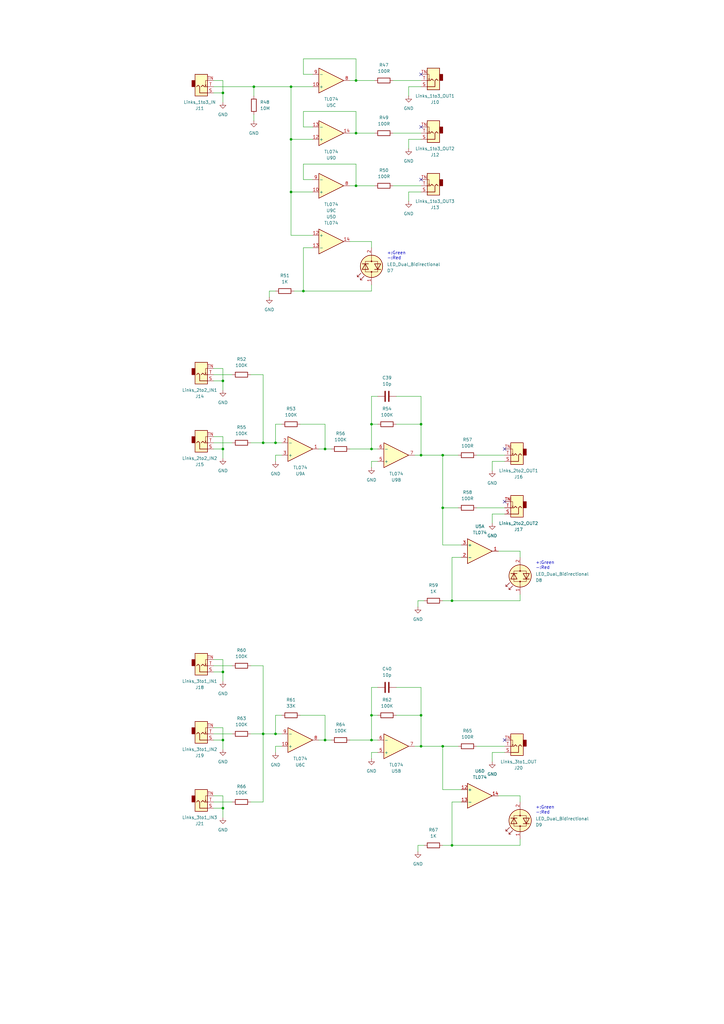
<source format=kicad_sch>
(kicad_sch (version 20231120) (generator "eeschema") (generator_version "8.0")
  (paper "A3" portrait)
  (title_block (title "1:3 / 2:2 / 3:3") (date "2025-03-23") (rev "1.0") (company "StudioKAT"))
  (lib_symbols
    (symbol "Amplifier_Operational:TL074" (pin_names (offset 0.127))
      (property "Reference" "U" (at 0 5.08 0))
      (property "Value" "TL074" (at 0 -5.08 0))
      (symbol "TL074_1_1"
        (polyline (pts (xy -5.08 5.08) (xy 5.08 0) (xy -5.08 -5.08) (xy -5.08 5.08)) (stroke (width 0.254)) (fill (type background)))
        (pin output line (at 7.62 0 180) (length 2.54) (name "~") (number "1"))
        (pin input line (at -7.62 -2.54 0) (length 2.54) (name "-") (number "2"))
        (pin input line (at -7.62 2.54 0) (length 2.54) (name "+") (number "3"))
      )
      (symbol "TL074_2_1"
        (polyline (pts (xy -5.08 5.08) (xy 5.08 0) (xy -5.08 -5.08) (xy -5.08 5.08)) (stroke (width 0.254)) (fill (type background)))
        (pin input line (at -7.62 2.54 0) (length 2.54) (name "+") (number "5"))
        (pin input line (at -7.62 -2.54 0) (length 2.54) (name "-") (number "6"))
        (pin output line (at 7.62 0 180) (length 2.54) (name "~") (number "7"))
      )
      (symbol "TL074_3_1"
        (polyline (pts (xy -5.08 5.08) (xy 5.08 0) (xy -5.08 -5.08) (xy -5.08 5.08)) (stroke (width 0.254)) (fill (type background)))
        (pin input line (at -7.62 2.54 0) (length 2.54) (name "+") (number "10"))
        (pin output line (at 7.62 0 180) (length 2.54) (name "~") (number "8"))
        (pin input line (at -7.62 -2.54 0) (length 2.54) (name "-") (number "9"))
      )
      (symbol "TL074_4_1"
        (polyline (pts (xy -5.08 5.08) (xy 5.08 0) (xy -5.08 -5.08) (xy -5.08 5.08)) (stroke (width 0.254)) (fill (type background)))
        (pin input line (at -7.62 2.54 0) (length 2.54) (name "+") (number "12"))
        (pin input line (at -7.62 -2.54 0) (length 2.54) (name "-") (number "13"))
        (pin output line (at 7.62 0 180) (length 2.54) (name "~") (number "14"))
      )
      (symbol "TL074_5_1"
        (pin power_in line (at -2.54 -7.62 90) (length 3.81) (name "V-") (number "11"))
        (pin power_in line (at -2.54 7.62 270) (length 3.81) (name "V+") (number "4"))
      )
    )
    (symbol "Connector_Audio:AudioJack2_SwitchT"
      (property "Reference" "J" (at 0 8.89 0))
      (property "Value" "AudioJack2_SwitchT" (at 0 6.35 0))
      (symbol "AudioJack2_SwitchT_0_1"
        (rectangle (start -2.54 0) (end -3.81 -2.54) (stroke (width 0.254)) (fill (type outline)))
        (polyline (pts (xy 1.778 -0.254) (xy 2.032 -0.762)))
        (polyline (pts (xy 0 0) (xy 0.635 -0.635) (xy 1.27 0) (xy 2.54 0)) (stroke (width 0.254)))
        (polyline (pts (xy 2.54 -2.54) (xy 1.778 -2.54) (xy 1.778 -0.254) (xy 1.524 -0.762)))
        (polyline (pts (xy 2.54 2.54) (xy -0.635 2.54) (xy -0.635 0) (xy -1.27 -0.635) (xy -1.905 0)) (stroke (width 0.254)))
        (rectangle (start 2.54 3.81) (end -2.54 -5.08) (stroke (width 0.254)) (fill (type background)))
      )
      (symbol "AudioJack2_SwitchT_1_1"
        (pin passive line (at 5.08 2.54 180) (length 2.54) (name "~") (number "S"))
        (pin passive line (at 5.08 0 180) (length 2.54) (name "~") (number "T"))
        (pin passive line (at 5.08 -2.54 180) (length 2.54) (name "~") (number "TN"))
      )
    )
    (symbol "Device:C" (pin_numbers hide) (pin_names (offset 0.254))
      (property "Reference" "C" (at 0.635 2.54 0))
      (property "Value" "C" (at 0.635 -2.54 0))
      (symbol "C_0_1"
        (polyline (pts (xy -2.032 -0.762) (xy 2.032 -0.762)) (stroke (width 0.508)))
        (polyline (pts (xy -2.032 0.762) (xy 2.032 0.762)) (stroke (width 0.508)))
      )
      (symbol "C_1_1"
        (pin passive line (at 0 3.81 270) (length 2.794) (name "~") (number "1"))
        (pin passive line (at 0 -3.81 90) (length 2.794) (name "~") (number "2"))
      )
    )
    (symbol "Device:LED_Dual_Bidirectional" (pin_names (offset 0) hide)
      (property "Reference" "D" (at 0 5.715 0))
      (property "Value" "LED_Dual_Bidirectional" (at 0 -6.35 0))
      (symbol "LED_Dual_Bidirectional_0_1"
        (circle (center -2.032 0) (radius 0.254) (fill (type outline)))
        (polyline (pts (xy -4.572 0) (xy -2.54 0)))
        (polyline (pts (xy -2.032 0) (xy -2.54 0)))
        (polyline (pts (xy -1.016 3.81) (xy -1.016 1.27)) (stroke (width 0.254)))
        (polyline (pts (xy 1.27 -1.27) (xy 1.27 -3.81)) (stroke (width 0.254)))
        (polyline (pts (xy 4.064 0) (xy 2.286 0)) (fill (type outline)))
        (polyline (pts (xy 4.318 5.842) (xy 4.318 5.08)) (stroke (width 0.2032)))
        (polyline (pts (xy 5.588 4.572) (xy 5.588 3.81)) (stroke (width 0.2032)))
        (polyline (pts (xy 2.794 4.318) (xy 4.318 5.842) (xy 3.556 5.842)) (stroke (width 0.2032)))
        (polyline (pts (xy 4.064 3.048) (xy 5.588 4.572) (xy 4.826 4.572)) (stroke (width 0.2032)))
        (polyline (pts (xy -1.016 -1.27) (xy -1.016 -3.81) (xy 1.27 -2.54) (xy -1.016 -1.27)) (stroke (width 0.254)))
        (polyline (pts (xy 1.27 3.81) (xy 1.27 1.27) (xy -1.016 2.54) (xy 1.27 3.81)) (stroke (width 0.254)))
        (polyline (pts (xy 2.286 2.54) (xy -2.032 2.54) (xy -2.032 -2.54) (xy 2.286 -2.54) (xy 2.286 2.54)))
        (circle (center 0 0) (radius 4.572) (stroke (width 0.254)) (fill (type background)))
        (circle (center 2.286 0) (radius 0.254) (fill (type outline)))
      )
      (symbol "LED_Dual_Bidirectional_1_1"
        (pin input line (at 7.62 0 180) (length 3.81) (name "KA") (number "1"))
        (pin input line (at -7.62 0 0) (length 3.048) (name "AK") (number "2"))
      )
    )
    (symbol "Device:R" (pin_numbers hide) (pin_names (offset 0))
      (property "Reference" "R" (at 2.032 0 90))
      (property "Value" "R" (at 0 0 90))
      (symbol "R_0_1"
        (rectangle (start -1.016 -2.54) (end 1.016 2.54) (stroke (width 0.254)))
      )
      (symbol "R_1_1"
        (pin passive line (at 0 3.81 270) (length 1.27) (name "~") (number "1"))
        (pin passive line (at 0 -3.81 90) (length 1.27) (name "~") (number "2"))
      )
    )
    (symbol "power:GND" (power) (pin_numbers hide) (pin_names (offset 0) hide)
      (property "Value" "GND" (at 0 -3.81 0))
      (symbol "GND_0_1"
        (polyline (pts (xy 0 0) (xy 0 -1.27) (xy 1.27 -1.27) (xy 0 -2.54) (xy -1.27 -1.27) (xy 0 -1.27)))
      )
      (symbol "GND_1_1"
        (pin power_in line (at 0 0 270) (length 0) (name "~") (number "1"))
      )
    )
  )
  (junction (at 146.05 33.02))
  (junction (at 124.46 119.38))
  (junction (at 91.44 303.53))
  (junction (at 91.44 184.15))
  (junction (at 152.4 303.53))
  (junction (at 119.38 57.15))
  (junction (at 91.44 38.1))
  (junction (at 113.03 300.99))
  (junction (at 113.03 181.61))
  (junction (at 107.95 300.99))
  (junction (at 185.42 246.38))
  (junction (at 91.44 156.21))
  (junction (at 172.72 186.69))
  (junction (at 91.44 275.59))
  (junction (at 172.72 173.99))
  (junction (at 107.95 181.61))
  (junction (at 181.61 306.07))
  (junction (at 133.35 184.15))
  (junction (at 119.38 78.74))
  (junction (at 181.61 186.69))
  (junction (at 152.4 184.15))
  (junction (at 152.4 293.37))
  (junction (at 146.05 76.2))
  (junction (at 104.14 35.56))
  (junction (at 152.4 173.99))
  (junction (at 185.42 346.71))
  (junction (at 119.38 35.56))
  (junction (at 181.61 208.28))
  (junction (at 172.72 306.07))
  (junction (at 146.05 54.61))
  (junction (at 133.35 303.53))
  (junction (at 91.44 331.47))
  (junction (at 172.72 293.37))
  (no_connect (at 172.72 30.48))
  (no_connect (at 207.01 303.53))
  (no_connect (at 172.72 73.66))
  (no_connect (at 172.72 52.07))
  (no_connect (at 207.01 205.74))
  (no_connect (at 207.01 184.15))
  (wire (pts (xy 204.47 226.06) (xy 213.36 226.06)))
  (wire (pts (xy 204.47 326.39) (xy 213.36 326.39)))
  (wire (pts (xy 143.51 33.02) (xy 146.05 33.02)))
  (wire (pts (xy 213.36 326.39) (xy 213.36 328.93)))
  (wire (pts (xy 113.03 173.99) (xy 113.03 181.61)))
  (wire (pts (xy 207.01 189.23) (xy 201.93 189.23)))
  (wire (pts (xy 115.57 306.07) (xy 113.03 306.07)))
  (wire (pts (xy 201.93 308.61) (xy 201.93 312.42)))
  (wire (pts (xy 133.35 184.15) (xy 130.81 184.15)))
  (wire (pts (xy 91.44 151.13) (xy 91.44 156.21)))
  (wire (pts (xy 185.42 328.93) (xy 189.23 328.93)))
  (wire (pts (xy 154.94 293.37) (xy 152.4 293.37)))
  (wire (pts (xy 161.29 54.61) (xy 172.72 54.61)))
  (wire (pts (xy 133.35 303.53) (xy 135.89 303.53)))
  (wire (pts (xy 104.14 35.56) (xy 104.14 39.37)))
  (wire (pts (xy 154.94 281.94) (xy 152.4 281.94)))
  (wire (pts (xy 201.93 210.82) (xy 201.93 214.63)))
  (wire (pts (xy 119.38 57.15) (xy 119.38 35.56)))
  (wire (pts (xy 87.63 156.21) (xy 91.44 156.21)))
  (wire (pts (xy 152.4 184.15) (xy 154.94 184.15)))
  (wire (pts (xy 181.61 306.07) (xy 187.96 306.07)))
  (wire (pts (xy 123.19 173.99) (xy 133.35 173.99)))
  (wire (pts (xy 213.36 344.17) (xy 213.36 346.71)))
  (wire (pts (xy 124.46 52.07) (xy 124.46 45.72)))
  (wire (pts (xy 172.72 306.07) (xy 181.61 306.07)))
  (wire (pts (xy 128.27 96.52) (xy 119.38 96.52)))
  (wire (pts (xy 172.72 57.15) (xy 167.64 57.15)))
  (wire (pts (xy 91.44 156.21) (xy 91.44 160.02)))
  (wire (pts (xy 87.63 270.51) (xy 91.44 270.51)))
  (wire (pts (xy 104.14 46.99) (xy 104.14 49.53)))
  (wire (pts (xy 152.4 116.84) (xy 152.4 119.38)))
  (wire (pts (xy 181.61 323.85) (xy 189.23 323.85)))
  (wire (pts (xy 107.95 181.61) (xy 113.03 181.61)))
  (wire (pts (xy 207.01 210.82) (xy 201.93 210.82)))
  (wire (pts (xy 91.44 38.1) (xy 91.44 41.91)))
  (wire (pts (xy 91.44 298.45) (xy 91.44 303.53)))
  (wire (pts (xy 87.63 33.02) (xy 91.44 33.02)))
  (wire (pts (xy 162.56 162.56) (xy 172.72 162.56)))
  (wire (pts (xy 181.61 223.52) (xy 189.23 223.52)))
  (wire (pts (xy 128.27 57.15) (xy 119.38 57.15)))
  (wire (pts (xy 172.72 35.56) (xy 167.64 35.56)))
  (wire (pts (xy 87.63 300.99) (xy 95.25 300.99)))
  (wire (pts (xy 91.44 303.53) (xy 91.44 307.34)))
  (wire (pts (xy 161.29 76.2) (xy 172.72 76.2)))
  (wire (pts (xy 102.87 328.93) (xy 107.95 328.93)))
  (wire (pts (xy 133.35 293.37) (xy 133.35 303.53)))
  (wire (pts (xy 87.63 298.45) (xy 91.44 298.45)))
  (wire (pts (xy 123.19 293.37) (xy 133.35 293.37)))
  (wire (pts (xy 119.38 35.56) (xy 128.27 35.56)))
  (wire (pts (xy 107.95 153.67) (xy 107.95 181.61)))
  (wire (pts (xy 146.05 67.31) (xy 146.05 76.2)))
  (wire (pts (xy 110.49 119.38) (xy 113.03 119.38)))
  (wire (pts (xy 87.63 331.47) (xy 91.44 331.47)))
  (wire (pts (xy 128.27 52.07) (xy 124.46 52.07)))
  (wire (pts (xy 133.35 303.53) (xy 130.81 303.53)))
  (wire (pts (xy 167.64 57.15) (xy 167.64 60.96)))
  (wire (pts (xy 146.05 54.61) (xy 153.67 54.61)))
  (wire (pts (xy 172.72 173.99) (xy 172.72 186.69)))
  (wire (pts (xy 152.4 162.56) (xy 152.4 173.99)))
  (wire (pts (xy 128.27 30.48) (xy 124.46 30.48)))
  (wire (pts (xy 171.45 349.25) (xy 171.45 346.71)))
  (wire (pts (xy 87.63 273.05) (xy 95.25 273.05)))
  (wire (pts (xy 172.72 78.74) (xy 167.64 78.74)))
  (wire (pts (xy 154.94 189.23) (xy 152.4 189.23)))
  (wire (pts (xy 115.57 173.99) (xy 113.03 173.99)))
  (wire (pts (xy 181.61 208.28) (xy 181.61 186.69)))
  (wire (pts (xy 124.46 101.6) (xy 124.46 119.38)))
  (wire (pts (xy 107.95 273.05) (xy 107.95 300.99)))
  (wire (pts (xy 162.56 281.94) (xy 172.72 281.94)))
  (wire (pts (xy 152.4 293.37) (xy 152.4 303.53)))
  (wire (pts (xy 128.27 73.66) (xy 124.46 73.66)))
  (wire (pts (xy 167.64 35.56) (xy 167.64 39.37)))
  (wire (pts (xy 152.4 281.94) (xy 152.4 293.37)))
  (wire (pts (xy 213.36 243.84) (xy 213.36 246.38)))
  (wire (pts (xy 152.4 173.99) (xy 152.4 184.15)))
  (wire (pts (xy 119.38 78.74) (xy 119.38 96.52)))
  (wire (pts (xy 172.72 281.94) (xy 172.72 293.37)))
  (wire (pts (xy 146.05 33.02) (xy 153.67 33.02)))
  (wire (pts (xy 143.51 99.06) (xy 152.4 99.06)))
  (wire (pts (xy 87.63 38.1) (xy 91.44 38.1)))
  (wire (pts (xy 102.87 300.99) (xy 107.95 300.99)))
  (wire (pts (xy 87.63 184.15) (xy 91.44 184.15)))
  (wire (pts (xy 124.46 67.31) (xy 146.05 67.31)))
  (wire (pts (xy 102.87 273.05) (xy 107.95 273.05)))
  (wire (pts (xy 152.4 189.23) (xy 152.4 191.77)))
  (wire (pts (xy 124.46 30.48) (xy 124.46 24.13)))
  (wire (pts (xy 91.44 33.02) (xy 91.44 38.1)))
  (wire (pts (xy 91.44 184.15) (xy 91.44 187.96)))
  (wire (pts (xy 201.93 189.23) (xy 201.93 193.04)))
  (wire (pts (xy 171.45 346.71) (xy 173.99 346.71)))
  (wire (pts (xy 87.63 328.93) (xy 95.25 328.93)))
  (wire (pts (xy 91.44 275.59) (xy 91.44 279.4)))
  (wire (pts (xy 113.03 293.37) (xy 113.03 300.99)))
  (wire (pts (xy 124.46 73.66) (xy 124.46 67.31)))
  (wire (pts (xy 152.4 303.53) (xy 154.94 303.53)))
  (wire (pts (xy 213.36 226.06) (xy 213.36 228.6)))
  (wire (pts (xy 154.94 173.99) (xy 152.4 173.99)))
  (wire (pts (xy 172.72 293.37) (xy 172.72 306.07)))
  (wire (pts (xy 181.61 186.69) (xy 187.96 186.69)))
  (wire (pts (xy 120.65 119.38) (xy 124.46 119.38)))
  (wire (pts (xy 213.36 246.38) (xy 185.42 246.38)))
  (wire (pts (xy 172.72 186.69) (xy 181.61 186.69)))
  (wire (pts (xy 91.44 270.51) (xy 91.44 275.59)))
  (wire (pts (xy 119.38 57.15) (xy 119.38 78.74)))
  (wire (pts (xy 146.05 45.72) (xy 146.05 54.61)))
  (wire (pts (xy 143.51 76.2) (xy 146.05 76.2)))
  (wire (pts (xy 133.35 184.15) (xy 135.89 184.15)))
  (wire (pts (xy 87.63 153.67) (xy 95.25 153.67)))
  (wire (pts (xy 170.18 306.07) (xy 172.72 306.07)))
  (wire (pts (xy 87.63 151.13) (xy 91.44 151.13)))
  (wire (pts (xy 146.05 24.13) (xy 146.05 33.02)))
  (wire (pts (xy 167.64 78.74) (xy 167.64 82.55)))
  (wire (pts (xy 161.29 33.02) (xy 172.72 33.02)))
  (wire (pts (xy 91.44 179.07) (xy 91.44 184.15)))
  (wire (pts (xy 181.61 306.07) (xy 181.61 323.85)))
  (wire (pts (xy 162.56 293.37) (xy 172.72 293.37)))
  (wire (pts (xy 87.63 326.39) (xy 91.44 326.39)))
  (wire (pts (xy 181.61 246.38) (xy 185.42 246.38)))
  (wire (pts (xy 143.51 184.15) (xy 152.4 184.15)))
  (wire (pts (xy 152.4 119.38) (xy 124.46 119.38)))
  (wire (pts (xy 102.87 181.61) (xy 107.95 181.61)))
  (wire (pts (xy 113.03 181.61) (xy 115.57 181.61)))
  (wire (pts (xy 143.51 303.53) (xy 152.4 303.53)))
  (wire (pts (xy 146.05 76.2) (xy 153.67 76.2)))
  (wire (pts (xy 115.57 293.37) (xy 113.03 293.37)))
  (wire (pts (xy 171.45 246.38) (xy 173.99 246.38)))
  (wire (pts (xy 128.27 78.74) (xy 119.38 78.74)))
  (wire (pts (xy 113.03 306.07) (xy 113.03 308.61)))
  (wire (pts (xy 87.63 275.59) (xy 91.44 275.59)))
  (wire (pts (xy 171.45 248.92) (xy 171.45 246.38)))
  (wire (pts (xy 87.63 181.61) (xy 95.25 181.61)))
  (wire (pts (xy 154.94 162.56) (xy 152.4 162.56)))
  (wire (pts (xy 133.35 173.99) (xy 133.35 184.15)))
  (wire (pts (xy 195.58 208.28) (xy 207.01 208.28)))
  (wire (pts (xy 110.49 121.92) (xy 110.49 119.38)))
  (wire (pts (xy 102.87 153.67) (xy 107.95 153.67)))
  (wire (pts (xy 143.51 54.61) (xy 146.05 54.61)))
  (wire (pts (xy 185.42 228.6) (xy 185.42 246.38)))
  (wire (pts (xy 115.57 186.69) (xy 113.03 186.69)))
  (wire (pts (xy 152.4 99.06) (xy 152.4 101.6)))
  (wire (pts (xy 162.56 173.99) (xy 172.72 173.99)))
  (wire (pts (xy 87.63 35.56) (xy 104.14 35.56)))
  (wire (pts (xy 195.58 306.07) (xy 207.01 306.07)))
  (wire (pts (xy 113.03 186.69) (xy 113.03 189.23)))
  (wire (pts (xy 181.61 208.28) (xy 181.61 223.52)))
  (wire (pts (xy 187.96 208.28) (xy 181.61 208.28)))
  (wire (pts (xy 104.14 35.56) (xy 119.38 35.56)))
  (wire (pts (xy 195.58 186.69) (xy 207.01 186.69)))
  (wire (pts (xy 185.42 328.93) (xy 185.42 346.71)))
  (wire (pts (xy 172.72 162.56) (xy 172.72 173.99)))
  (wire (pts (xy 213.36 346.71) (xy 185.42 346.71)))
  (wire (pts (xy 91.44 326.39) (xy 91.44 331.47)))
  (wire (pts (xy 172.72 186.69) (xy 170.18 186.69)))
  (wire (pts (xy 113.03 300.99) (xy 115.57 300.99)))
  (wire (pts (xy 207.01 308.61) (xy 201.93 308.61)))
  (wire (pts (xy 87.63 303.53) (xy 91.44 303.53)))
  (wire (pts (xy 91.44 331.47) (xy 91.44 335.28)))
  (wire (pts (xy 152.4 308.61) (xy 152.4 311.15)))
  (wire (pts (xy 124.46 101.6) (xy 128.27 101.6)))
  (wire (pts (xy 107.95 300.99) (xy 113.03 300.99)))
  (wire (pts (xy 107.95 300.99) (xy 107.95 328.93)))
  (wire (pts (xy 87.63 179.07) (xy 91.44 179.07)))
  (wire (pts (xy 124.46 45.72) (xy 146.05 45.72)))
  (wire (pts (xy 154.94 308.61) (xy 152.4 308.61)))
  (wire (pts (xy 181.61 346.71) (xy 185.42 346.71)))
  (wire (pts (xy 185.42 228.6) (xy 189.23 228.6)))
  (wire (pts (xy 124.46 24.13) (xy 146.05 24.13)))
  (text "+:Green\n-:Red" (at 158.75 104.902 0) (effects (font (size 1.27 1.27)) (justify left)))
  (text "+:Green\n-:Red" (at 219.71 231.902 0) (effects (font (size 1.27 1.27)) (justify left)))
  (text "+:Green\n-:Red" (at 219.71 332.232 0) (effects (font (size 1.27 1.27)) (justify left)))
  (symbol (lib_id "Amplifier_Operational:TL074") (at 135.89 33.02 0) (mirror x) (unit 3)
    (property "Reference" "U5" (at 135.89 43.18 0))
    (property "Value" "TL074" (at 135.89 40.64 0))
    (property "Footprint" "Package_SO:TSSOP-14_4.4x5mm_P0.65mm" (effects (hide yes)))
    (property "Datasheet" "http://www.ti.com/lit/ds/symlink/tl071.pdf" (effects (hide yes)))
    (property "Description" "Quad Low-Noise JFET-Input Operational Amplifiers, DIP-14/SOIC-14" (effects (hide yes)))
    (property "LCSC" "C4370424" (effects (hide yes)))
  )
  (symbol (lib_id "Device:R") (at 99.06 300.99 90) (unit 1)
    (property "Reference" "R63" (at 99.06 294.64 90))
    (property "Value" "100K" (at 99.06 297.18 90))
    (property "Footprint" "Resistor_SMD:R_0402_1005Metric" (effects (hide yes)))
    (property "Description" "Resistor" (effects (hide yes)))
    (property "LCSC" "C25741" (effects (hide yes)))
  )
  (symbol (lib_id "Device:R") (at 158.75 173.99 90) (unit 1)
    (property "Reference" "R54" (at 158.75 167.64 90))
    (property "Value" "100K" (at 158.75 170.18 90))
    (property "Footprint" "Resistor_SMD:R_0402_1005Metric" (effects (hide yes)))
    (property "Description" "Resistor" (effects (hide yes)))
    (property "LCSC" "C25741" (effects (hide yes)))
  )
  (symbol (lib_id "Device:R") (at 177.8 346.71 90) (unit 1)
    (property "Reference" "R67" (at 177.8 340.36 90))
    (property "Value" "1K" (at 177.8 342.9 90))
    (property "Footprint" "Resistor_SMD:R_0402_1005Metric" (effects (hide yes)))
    (property "Description" "Resistor" (effects (hide yes)))
    (property "LCSC" "C11702" (effects (hide yes)))
  )
  (symbol (lib_id "Amplifier_Operational:TL074") (at 196.85 326.39 0) (unit 4)
    (property "Reference" "U6" (at 196.85 316.23 0))
    (property "Value" "TL074" (at 196.85 318.77 0))
    (property "Footprint" "Package_SO:TSSOP-14_4.4x5mm_P0.65mm" (effects (hide yes)))
    (property "Datasheet" "http://www.ti.com/lit/ds/symlink/tl071.pdf" (effects (hide yes)))
    (property "Description" "Quad Low-Noise JFET-Input Operational Amplifiers, DIP-14/SOIC-14" (effects (hide yes)))
    (property "LCSC" "C4370424" (effects (hide yes)))
  )
  (symbol (lib_id "power:GND") (at 171.45 349.25 0) (unit 1)
    (property "Reference" "#PWR065" (effects (hide yes)))
    (property "Value" "GND" (at 171.45 354.33 0))
    (property "Description" "Power symbol creates a global label with name \"GND\" , ground" (effects (hide yes)))
  )
  (symbol (lib_id "Device:C") (at 158.75 162.56 90) (unit 1)
    (property "Reference" "C39" (at 158.75 154.94 90))
    (property "Value" "10p" (at 158.75 157.48 90))
    (property "Footprint" "Capacitor_SMD:C_0402_1005Metric" (effects (hide yes)))
    (property "Description" "Unpolarized capacitor" (effects (hide yes)))
    (property "LCSC" "C32949" (effects (hide yes)))
  )
  (symbol (lib_id "Device:R") (at 158.75 293.37 90) (unit 1)
    (property "Reference" "R62" (at 158.75 287.02 90))
    (property "Value" "100K" (at 158.75 289.56 90))
    (property "Footprint" "Resistor_SMD:R_0402_1005Metric" (effects (hide yes)))
    (property "Description" "Resistor" (effects (hide yes)))
    (property "LCSC" "C25741" (effects (hide yes)))
  )
  (symbol (lib_id "Connector_Audio:AudioJack2_SwitchT") (at 212.09 208.28 180) (unit 1)
    (property "Reference" "J17" (at 212.725 217.17 0))
    (property "Value" "Links_2to2_OUT2" (at 212.725 214.63 0))
    (property "Footprint" "kat_eurorack:AudioJack_PJ301M-12" (effects (hide yes)))
    (property "Description" "Audio Jack, 2 Poles (Mono / TS), Switched T Pole (Normalling)" (effects (hide yes)))
  )
  (symbol (lib_id "power:GND") (at 110.49 121.92 0) (unit 1)
    (property "Reference" "#PWR051" (effects (hide yes)))
    (property "Value" "GND" (at 110.49 127 0))
    (property "Description" "Power symbol creates a global label with name \"GND\" , ground" (effects (hide yes)))
  )
  (symbol (lib_id "Connector_Audio:AudioJack2_SwitchT") (at 177.8 54.61 180) (unit 1)
    (property "Reference" "J12" (at 178.435 63.5 0))
    (property "Value" "Links_1to3_OUT2" (at 178.435 60.96 0))
    (property "Footprint" "kat_eurorack:AudioJack_PJ301M-12" (effects (hide yes)))
    (property "Description" "Audio Jack, 2 Poles (Mono / TS), Switched T Pole (Normalling)" (effects (hide yes)))
  )
  (symbol (lib_id "Connector_Audio:AudioJack2_SwitchT") (at 82.55 35.56 0) (mirror x) (unit 1)
    (property "Reference" "J11" (at 81.915 44.45 0))
    (property "Value" "Links_1to3_IN" (at 81.915 41.91 0))
    (property "Footprint" "kat_eurorack:AudioJack_PJ301M-12" (effects (hide yes)))
    (property "Description" "Audio Jack, 2 Poles (Mono / TS), Switched T Pole (Normalling)" (effects (hide yes)))
  )
  (symbol (lib_id "Connector_Audio:AudioJack2_SwitchT") (at 82.55 328.93 0) (mirror x) (unit 1)
    (property "Reference" "J21" (at 81.915 337.82 0))
    (property "Value" "Links_3to1_IN3" (at 81.915 335.28 0))
    (property "Footprint" "kat_eurorack:AudioJack_PJ301M-12" (effects (hide yes)))
    (property "Description" "Audio Jack, 2 Poles (Mono / TS), Switched T Pole (Normalling)" (effects (hide yes)))
  )
  (symbol (lib_id "Device:R") (at 99.06 181.61 90) (unit 1)
    (property "Reference" "R55" (at 99.06 175.26 90))
    (property "Value" "100K" (at 99.06 177.8 90))
    (property "Footprint" "Resistor_SMD:R_0402_1005Metric" (effects (hide yes)))
    (property "Description" "Resistor" (effects (hide yes)))
    (property "LCSC" "C25741" (effects (hide yes)))
  )
  (symbol (lib_id "power:GND") (at 201.93 193.04 0) (unit 1)
    (property "Reference" "#PWR056" (effects (hide yes)))
    (property "Value" "GND" (at 201.93 198.12 0))
    (property "Description" "Power symbol creates a global label with name \"GND\" , ground" (effects (hide yes)))
  )
  (symbol (lib_id "Connector_Audio:AudioJack2_SwitchT") (at 177.8 76.2 180) (unit 1)
    (property "Reference" "J13" (at 178.435 85.09 0))
    (property "Value" "Links_1to3_OUT3" (at 178.435 82.55 0))
    (property "Footprint" "kat_eurorack:AudioJack_PJ301M-12" (effects (hide yes)))
    (property "Description" "Audio Jack, 2 Poles (Mono / TS), Switched T Pole (Normalling)" (effects (hide yes)))
  )
  (symbol (lib_id "Amplifier_Operational:TL074") (at 135.89 54.61 0) (mirror x) (unit 4)
    (property "Reference" "U9" (at 135.89 64.77 0))
    (property "Value" "TL074" (at 135.89 62.23 0))
    (property "Footprint" "Package_SO:TSSOP-14_4.4x5mm_P0.65mm" (effects (hide yes)))
    (property "Datasheet" "http://www.ti.com/lit/ds/symlink/tl071.pdf" (effects (hide yes)))
    (property "Description" "Quad Low-Noise JFET-Input Operational Amplifiers, DIP-14/SOIC-14" (effects (hide yes)))
    (property "LCSC" "C4370424" (effects (hide yes)))
  )
  (symbol (lib_id "power:GND") (at 201.93 312.42 0) (unit 1)
    (property "Reference" "#PWR063" (effects (hide yes)))
    (property "Value" "GND" (at 201.93 317.5 0))
    (property "Description" "Power symbol creates a global label with name \"GND\" , ground" (effects (hide yes)))
  )
  (symbol (lib_id "Device:C") (at 158.75 281.94 90) (unit 1)
    (property "Reference" "C40" (at 158.75 274.32 90))
    (property "Value" "10p" (at 158.75 276.86 90))
    (property "Footprint" "Capacitor_SMD:C_0402_1005Metric" (effects (hide yes)))
    (property "Description" "Unpolarized capacitor" (effects (hide yes)))
    (property "LCSC" "C32949" (effects (hide yes)))
  )
  (symbol (lib_id "power:GND") (at 91.44 307.34 0) (unit 1)
    (property "Reference" "#PWR060" (effects (hide yes)))
    (property "Value" "GND" (at 91.44 312.42 0))
    (property "Description" "Power symbol creates a global label with name \"GND\" , ground" (effects (hide yes)))
  )
  (symbol (lib_id "Device:LED_Dual_Bidirectional") (at 152.4 109.22 90) (mirror x) (unit 1)
    (property "Reference" "D7" (at 158.75 110.9854 90) (effects (justify right)))
    (property "Value" "LED_Dual_Bidirectional" (at 158.75 108.4454 90) (effects (justify right)))
    (property "Footprint" "LED_THT:LED_D3.0mm" (effects (hide yes)))
    (property "Description" "Dual LED, bidirectional" (effects (hide yes)))
  )
  (symbol (lib_id "power:GND") (at 167.64 39.37 0) (unit 1)
    (property "Reference" "#PWR046" (effects (hide yes)))
    (property "Value" "GND" (at 167.64 44.45 0))
    (property "Description" "Power symbol creates a global label with name \"GND\" , ground" (effects (hide yes)))
  )
  (symbol (lib_id "Amplifier_Operational:TL074") (at 123.19 184.15 0) (mirror x) (unit 1)
    (property "Reference" "U9" (at 123.19 194.31 0))
    (property "Value" "TL074" (at 123.19 191.77 0))
    (property "Footprint" "Package_SO:TSSOP-14_4.4x5mm_P0.65mm" (effects (hide yes)))
    (property "Datasheet" "http://www.ti.com/lit/ds/symlink/tl071.pdf" (effects (hide yes)))
    (property "Description" "Quad Low-Noise JFET-Input Operational Amplifiers, DIP-14/SOIC-14" (effects (hide yes)))
    (property "LCSC" "C4370424" (effects (hide yes)))
  )
  (symbol (lib_id "power:GND") (at 152.4 191.77 0) (unit 1)
    (property "Reference" "#PWR055" (effects (hide yes)))
    (property "Value" "GND" (at 152.4 196.85 0))
    (property "Description" "Power symbol creates a global label with name \"GND\" , ground" (effects (hide yes)))
  )
  (symbol (lib_id "Connector_Audio:AudioJack2_SwitchT") (at 82.55 300.99 0) (mirror x) (unit 1)
    (property "Reference" "J19" (at 81.915 309.88 0))
    (property "Value" "Links_3to1_IN2" (at 81.915 307.34 0))
    (property "Footprint" "kat_eurorack:AudioJack_PJ301M-12" (effects (hide yes)))
    (property "Description" "Audio Jack, 2 Poles (Mono / TS), Switched T Pole (Normalling)" (effects (hide yes)))
  )
  (symbol (lib_id "power:GND") (at 91.44 160.02 0) (unit 1)
    (property "Reference" "#PWR052" (effects (hide yes)))
    (property "Value" "GND" (at 91.44 165.1 0))
    (property "Description" "Power symbol creates a global label with name \"GND\" , ground" (effects (hide yes)))
  )
  (symbol (lib_id "Device:R") (at 157.48 33.02 90) (unit 1)
    (property "Reference" "R47" (at 157.48 26.67 90))
    (property "Value" "100R" (at 157.48 29.21 90))
    (property "Footprint" "Resistor_SMD:R_0402_1005Metric" (effects (hide yes)))
    (property "Description" "Resistor" (effects (hide yes)))
    (property "LCSC" "C25076" (effects (hide yes)))
  )
  (symbol (lib_id "Device:R") (at 104.14 43.18 0) (unit 1)
    (property "Reference" "R48" (at 106.68 41.9099 0) (effects (justify left)))
    (property "Value" "10M" (at 106.68 44.4499 0) (effects (justify left)))
    (property "Footprint" "Resistor_SMD:R_0402_1005Metric" (effects (hide yes)))
    (property "Description" "Resistor" (effects (hide yes)))
    (property "LCSC" "C26082" (effects (hide yes)))
  )
  (symbol (lib_id "Device:R") (at 139.7 184.15 90) (unit 1)
    (property "Reference" "R56" (at 139.7 177.8 90))
    (property "Value" "100K" (at 139.7 180.34 90))
    (property "Footprint" "Resistor_SMD:R_0402_1005Metric" (effects (hide yes)))
    (property "Description" "Resistor" (effects (hide yes)))
    (property "LCSC" "C25741" (effects (hide yes)))
  )
  (symbol (lib_id "Connector_Audio:AudioJack2_SwitchT") (at 177.8 33.02 180) (unit 1)
    (property "Reference" "J10" (at 178.435 41.91 0))
    (property "Value" "Links_1to3_OUT1" (at 178.435 39.37 0))
    (property "Footprint" "kat_eurorack:AudioJack_PJ301M-12" (effects (hide yes)))
    (property "Description" "Audio Jack, 2 Poles (Mono / TS), Switched T Pole (Normalling)" (effects (hide yes)))
  )
  (symbol (lib_id "Connector_Audio:AudioJack2_SwitchT") (at 212.09 186.69 180) (unit 1)
    (property "Reference" "J16" (at 212.725 195.58 0))
    (property "Value" "Links_2to2_OUT1" (at 212.725 193.04 0))
    (property "Footprint" "kat_eurorack:AudioJack_PJ301M-12" (effects (hide yes)))
    (property "Description" "Audio Jack, 2 Poles (Mono / TS), Switched T Pole (Normalling)" (effects (hide yes)))
  )
  (symbol (lib_id "Amplifier_Operational:TL074") (at 135.89 99.06 0) (unit 4)
    (property "Reference" "U5" (at 135.89 88.9 0))
    (property "Value" "TL074" (at 135.89 91.44 0))
    (property "Footprint" "Package_SO:TSSOP-14_4.4x5mm_P0.65mm" (effects (hide yes)))
    (property "Datasheet" "http://www.ti.com/lit/ds/symlink/tl071.pdf" (effects (hide yes)))
    (property "Description" "Quad Low-Noise JFET-Input Operational Amplifiers, DIP-14/SOIC-14" (effects (hide yes)))
    (property "LCSC" "C4370424" (effects (hide yes)))
  )
  (symbol (lib_id "Connector_Audio:AudioJack2_SwitchT") (at 82.55 273.05 0) (mirror x) (unit 1)
    (property "Reference" "J18" (at 81.915 281.94 0))
    (property "Value" "Links_3to1_IN1" (at 81.915 279.4 0))
    (property "Footprint" "kat_eurorack:AudioJack_PJ301M-12" (effects (hide yes)))
    (property "Description" "Audio Jack, 2 Poles (Mono / TS), Switched T Pole (Normalling)" (effects (hide yes)))
  )
  (symbol (lib_id "Device:R") (at 119.38 293.37 90) (unit 1)
    (property "Reference" "R61" (at 119.38 287.02 90))
    (property "Value" "33K" (at 119.38 289.56 90))
    (property "Footprint" "Resistor_SMD:R_0402_1005Metric" (effects (hide yes)))
    (property "Description" "Resistor" (effects (hide yes)))
    (property "LCSC" "C25779" (effects (hide yes)))
  )
  (symbol (lib_id "power:GND") (at 201.93 214.63 0) (unit 1)
    (property "Reference" "#PWR057" (effects (hide yes)))
    (property "Value" "GND" (at 201.93 219.71 0))
    (property "Description" "Power symbol creates a global label with name \"GND\" , ground" (effects (hide yes)))
  )
  (symbol (lib_id "power:GND") (at 113.03 308.61 0) (unit 1)
    (property "Reference" "#PWR061" (effects (hide yes)))
    (property "Value" "GND" (at 113.03 313.69 0))
    (property "Description" "Power symbol creates a global label with name \"GND\" , ground" (effects (hide yes)))
  )
  (symbol (lib_id "Device:LED_Dual_Bidirectional") (at 213.36 236.22 90) (mirror x) (unit 1)
    (property "Reference" "D8" (at 219.71 237.9854 90) (effects (justify right)))
    (property "Value" "LED_Dual_Bidirectional" (at 219.71 235.4454 90) (effects (justify right)))
    (property "Footprint" "LED_THT:LED_D3.0mm" (effects (hide yes)))
    (property "Description" "Dual LED, bidirectional" (effects (hide yes)))
  )
  (symbol (lib_id "Connector_Audio:AudioJack2_SwitchT") (at 82.55 153.67 0) (mirror x) (unit 1)
    (property "Reference" "J14" (at 81.915 162.56 0))
    (property "Value" "Links_2to2_IN1" (at 81.915 160.02 0))
    (property "Footprint" "kat_eurorack:AudioJack_PJ301M-12" (effects (hide yes)))
    (property "Description" "Audio Jack, 2 Poles (Mono / TS), Switched T Pole (Normalling)" (effects (hide yes)))
  )
  (symbol (lib_id "Device:R") (at 99.06 153.67 90) (unit 1)
    (property "Reference" "R52" (at 99.06 147.32 90))
    (property "Value" "100K" (at 99.06 149.86 90))
    (property "Footprint" "Resistor_SMD:R_0402_1005Metric" (effects (hide yes)))
    (property "Description" "Resistor" (effects (hide yes)))
    (property "LCSC" "C25741" (effects (hide yes)))
  )
  (symbol (lib_id "Amplifier_Operational:TL074") (at 162.56 186.69 0) (mirror x) (unit 2)
    (property "Reference" "U9" (at 162.56 196.85 0))
    (property "Value" "TL074" (at 162.56 194.31 0))
    (property "Footprint" "Package_SO:TSSOP-14_4.4x5mm_P0.65mm" (effects (hide yes)))
    (property "Datasheet" "http://www.ti.com/lit/ds/symlink/tl071.pdf" (effects (hide yes)))
    (property "Description" "Quad Low-Noise JFET-Input Operational Amplifiers, DIP-14/SOIC-14" (effects (hide yes)))
    (property "LCSC" "C4370424" (effects (hide yes)))
  )
  (symbol (lib_id "Device:R") (at 191.77 208.28 90) (unit 1)
    (property "Reference" "R58" (at 191.77 201.93 90))
    (property "Value" "100R" (at 191.77 204.47 90))
    (property "Footprint" "Resistor_SMD:R_0402_1005Metric" (effects (hide yes)))
    (property "Description" "Resistor" (effects (hide yes)))
    (property "LCSC" "C25076" (effects (hide yes)))
  )
  (symbol (lib_id "power:GND") (at 167.64 60.96 0) (unit 1)
    (property "Reference" "#PWR049" (effects (hide yes)))
    (property "Value" "GND" (at 167.64 66.04 0))
    (property "Description" "Power symbol creates a global label with name \"GND\" , ground" (effects (hide yes)))
  )
  (symbol (lib_id "Device:R") (at 119.38 173.99 90) (unit 1)
    (property "Reference" "R53" (at 119.38 167.64 90))
    (property "Value" "100K" (at 119.38 170.18 90))
    (property "Footprint" "Resistor_SMD:R_0402_1005Metric" (effects (hide yes)))
    (property "Description" "Resistor" (effects (hide yes)))
    (property "LCSC" "C25741" (effects (hide yes)))
  )
  (symbol (lib_id "power:GND") (at 91.44 187.96 0) (unit 1)
    (property "Reference" "#PWR053" (effects (hide yes)))
    (property "Value" "GND" (at 91.44 193.04 0))
    (property "Description" "Power symbol creates a global label with name \"GND\" , ground" (effects (hide yes)))
  )
  (symbol (lib_id "Device:R") (at 139.7 303.53 90) (unit 1)
    (property "Reference" "R64" (at 139.7 297.18 90))
    (property "Value" "100K" (at 139.7 299.72 90))
    (property "Footprint" "Resistor_SMD:R_0402_1005Metric" (effects (hide yes)))
    (property "Description" "Resistor" (effects (hide yes)))
    (property "LCSC" "C25741" (effects (hide yes)))
  )
  (symbol (lib_id "Amplifier_Operational:TL074") (at 162.56 306.07 0) (mirror x) (unit 2)
    (property "Reference" "U5" (at 162.56 316.23 0))
    (property "Value" "TL074" (at 162.56 313.69 0))
    (property "Footprint" "Package_SO:TSSOP-14_4.4x5mm_P0.65mm" (effects (hide yes)))
    (property "Datasheet" "http://www.ti.com/lit/ds/symlink/tl071.pdf" (effects (hide yes)))
    (property "Description" "Quad Low-Noise JFET-Input Operational Amplifiers, DIP-14/SOIC-14" (effects (hide yes)))
    (property "LCSC" "C4370424" (effects (hide yes)))
  )
  (symbol (lib_id "power:GND") (at 167.64 82.55 0) (unit 1)
    (property "Reference" "#PWR050" (effects (hide yes)))
    (property "Value" "GND" (at 167.64 87.63 0))
    (property "Description" "Power symbol creates a global label with name \"GND\" , ground" (effects (hide yes)))
  )
  (symbol (lib_id "power:GND") (at 91.44 279.4 0) (unit 1)
    (property "Reference" "#PWR059" (effects (hide yes)))
    (property "Value" "GND" (at 91.44 284.48 0))
    (property "Description" "Power symbol creates a global label with name \"GND\" , ground" (effects (hide yes)))
  )
  (symbol (lib_id "power:GND") (at 152.4 311.15 0) (unit 1)
    (property "Reference" "#PWR062" (effects (hide yes)))
    (property "Value" "GND" (at 152.4 316.23 0))
    (property "Description" "Power symbol creates a global label with name \"GND\" , ground" (effects (hide yes)))
  )
  (symbol (lib_id "power:GND") (at 91.44 335.28 0) (unit 1)
    (property "Reference" "#PWR064" (effects (hide yes)))
    (property "Value" "GND" (at 91.44 340.36 0))
    (property "Description" "Power symbol creates a global label with name \"GND\" , ground" (effects (hide yes)))
  )
  (symbol (lib_id "Device:R") (at 191.77 306.07 90) (unit 1)
    (property "Reference" "R65" (at 191.77 299.72 90))
    (property "Value" "100R" (at 191.77 302.26 90))
    (property "Footprint" "Resistor_SMD:R_0402_1005Metric" (effects (hide yes)))
    (property "Description" "Resistor" (effects (hide yes)))
    (property "LCSC" "C25076" (effects (hide yes)))
  )
  (symbol (lib_id "Device:R") (at 157.48 76.2 90) (unit 1)
    (property "Reference" "R50" (at 157.48 69.85 90))
    (property "Value" "100R" (at 157.48 72.39 90))
    (property "Footprint" "Resistor_SMD:R_0402_1005Metric" (effects (hide yes)))
    (property "Description" "Resistor" (effects (hide yes)))
    (property "LCSC" "C25076" (effects (hide yes)))
  )
  (symbol (lib_id "Device:R") (at 191.77 186.69 90) (unit 1)
    (property "Reference" "R57" (at 191.77 180.34 90))
    (property "Value" "100R" (at 191.77 182.88 90))
    (property "Footprint" "Resistor_SMD:R_0402_1005Metric" (effects (hide yes)))
    (property "Description" "Resistor" (effects (hide yes)))
    (property "LCSC" "C25076" (effects (hide yes)))
  )
  (symbol (lib_id "Amplifier_Operational:TL074") (at 135.89 76.2 0) (mirror x) (unit 3)
    (property "Reference" "U9" (at 135.89 86.36 0))
    (property "Value" "TL074" (at 135.89 83.82 0))
    (property "Footprint" "Package_SO:TSSOP-14_4.4x5mm_P0.65mm" (effects (hide yes)))
    (property "Datasheet" "http://www.ti.com/lit/ds/symlink/tl071.pdf" (effects (hide yes)))
    (property "Description" "Quad Low-Noise JFET-Input Operational Amplifiers, DIP-14/SOIC-14" (effects (hide yes)))
    (property "LCSC" "C4370424" (effects (hide yes)))
  )
  (symbol (lib_id "power:GND") (at 171.45 248.92 0) (unit 1)
    (property "Reference" "#PWR058" (effects (hide yes)))
    (property "Value" "GND" (at 171.45 254 0))
    (property "Description" "Power symbol creates a global label with name \"GND\" , ground" (effects (hide yes)))
  )
  (symbol (lib_id "Device:LED_Dual_Bidirectional") (at 213.36 336.55 90) (mirror x) (unit 1)
    (property "Reference" "D9" (at 219.71 338.3154 90) (effects (justify right)))
    (property "Value" "LED_Dual_Bidirectional" (at 219.71 335.7754 90) (effects (justify right)))
    (property "Footprint" "LED_THT:LED_D3.0mm" (effects (hide yes)))
    (property "Description" "Dual LED, bidirectional" (effects (hide yes)))
  )
  (symbol (lib_id "power:GND") (at 104.14 49.53 0) (unit 1)
    (property "Reference" "#PWR048" (effects (hide yes)))
    (property "Value" "GND" (at 104.14 54.61 0))
    (property "Description" "Power symbol creates a global label with name \"GND\" , ground" (effects (hide yes)))
  )
  (symbol (lib_id "Device:R") (at 99.06 273.05 90) (unit 1)
    (property "Reference" "R60" (at 99.06 266.7 90))
    (property "Value" "100K" (at 99.06 269.24 90))
    (property "Footprint" "Resistor_SMD:R_0402_1005Metric" (effects (hide yes)))
    (property "Description" "Resistor" (effects (hide yes)))
    (property "LCSC" "C25741" (effects (hide yes)))
  )
  (symbol (lib_id "Connector_Audio:AudioJack2_SwitchT") (at 82.55 181.61 0) (mirror x) (unit 1)
    (property "Reference" "J15" (at 81.915 190.5 0))
    (property "Value" "Links_2to2_IN2" (at 81.915 187.96 0))
    (property "Footprint" "kat_eurorack:AudioJack_PJ301M-12" (effects (hide yes)))
    (property "Description" "Audio Jack, 2 Poles (Mono / TS), Switched T Pole (Normalling)" (effects (hide yes)))
  )
  (symbol (lib_id "Device:R") (at 157.48 54.61 90) (unit 1)
    (property "Reference" "R49" (at 157.48 48.26 90))
    (property "Value" "100R" (at 157.48 50.8 90))
    (property "Footprint" "Resistor_SMD:R_0402_1005Metric" (effects (hide yes)))
    (property "Description" "Resistor" (effects (hide yes)))
    (property "LCSC" "C25076" (effects (hide yes)))
  )
  (symbol (lib_id "Device:R") (at 99.06 328.93 90) (unit 1)
    (property "Reference" "R66" (at 99.06 322.58 90))
    (property "Value" "100K" (at 99.06 325.12 90))
    (property "Footprint" "Resistor_SMD:R_0402_1005Metric" (effects (hide yes)))
    (property "Description" "Resistor" (effects (hide yes)))
    (property "LCSC" "C25741" (effects (hide yes)))
  )
  (symbol (lib_id "Device:R") (at 177.8 246.38 90) (unit 1)
    (property "Reference" "R59" (at 177.8 240.03 90))
    (property "Value" "1K" (at 177.8 242.57 90))
    (property "Footprint" "Resistor_SMD:R_0402_1005Metric" (effects (hide yes)))
    (property "Description" "Resistor" (effects (hide yes)))
    (property "LCSC" "C11702" (effects (hide yes)))
  )
  (symbol (lib_id "Connector_Audio:AudioJack2_SwitchT") (at 212.09 306.07 180) (unit 1)
    (property "Reference" "J20" (at 212.725 314.96 0))
    (property "Value" "Links_3to1_OUT" (at 212.725 312.42 0))
    (property "Footprint" "kat_eurorack:AudioJack_PJ301M-12" (effects (hide yes)))
    (property "Description" "Audio Jack, 2 Poles (Mono / TS), Switched T Pole (Normalling)" (effects (hide yes)))
  )
  (symbol (lib_id "Amplifier_Operational:TL074") (at 196.85 226.06 0) (unit 1)
    (property "Reference" "U5" (at 196.85 215.9 0))
    (property "Value" "TL074" (at 196.85 218.44 0))
    (property "Footprint" "Package_SO:TSSOP-14_4.4x5mm_P0.65mm" (effects (hide yes)))
    (property "Datasheet" "http://www.ti.com/lit/ds/symlink/tl071.pdf" (effects (hide yes)))
    (property "Description" "Quad Low-Noise JFET-Input Operational Amplifiers, DIP-14/SOIC-14" (effects (hide yes)))
    (property "LCSC" "C4370424" (effects (hide yes)))
  )
  (symbol (lib_id "Amplifier_Operational:TL074") (at 123.19 303.53 0) (mirror x) (unit 3)
    (property "Reference" "U6" (at 123.19 313.69 0))
    (property "Value" "TL074" (at 123.19 311.15 0))
    (property "Footprint" "Package_SO:TSSOP-14_4.4x5mm_P0.65mm" (effects (hide yes)))
    (property "Datasheet" "http://www.ti.com/lit/ds/symlink/tl071.pdf" (effects (hide yes)))
    (property "Description" "Quad Low-Noise JFET-Input Operational Amplifiers, DIP-14/SOIC-14" (effects (hide yes)))
    (property "LCSC" "C4370424" (effects (hide yes)))
  )
  (symbol (lib_id "power:GND") (at 91.44 41.91 0) (unit 1)
    (property "Reference" "#PWR047" (effects (hide yes)))
    (property "Value" "GND" (at 91.44 46.99 0))
    (property "Description" "Power symbol creates a global label with name \"GND\" , ground" (effects (hide yes)))
  )
  (symbol (lib_id "Device:R") (at 116.84 119.38 90) (unit 1)
    (property "Reference" "R51" (at 116.84 113.03 90))
    (property "Value" "1K" (at 116.84 115.57 90))
    (property "Footprint" "Resistor_SMD:R_0402_1005Metric" (effects (hide yes)))
    (property "Description" "Resistor" (effects (hide yes)))
    (property "LCSC" "C11702" (effects (hide yes)))
  )
  (symbol (lib_id "power:GND") (at 113.03 189.23 0) (unit 1)
    (property "Reference" "#PWR054" (effects (hide yes)))
    (property "Value" "GND" (at 113.03 194.31 0))
    (property "Description" "Power symbol creates a global label with name \"GND\" , ground" (effects (hide yes)))
  )
)
</source>
